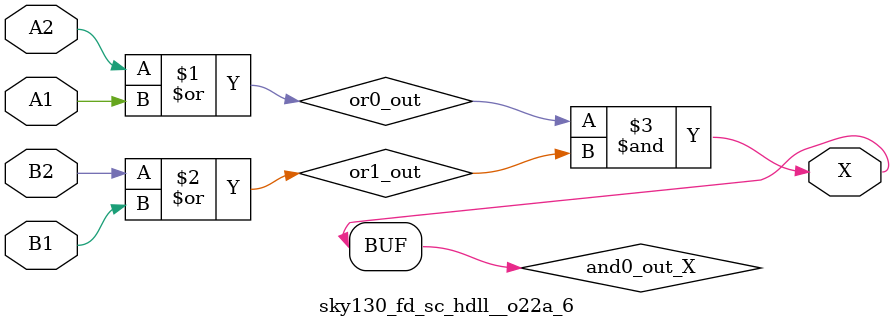
<source format=v>
module sky130_fd_sc_hdll__o22a_6 (
    X ,
    A1,
    A2,
    B1,
    B2
);
    output X ;
    input  A1;
    input  A2;
    input  B1;
    input  B2;
    wire or0_out   ;
    wire or1_out   ;
    wire and0_out_X;
    or  or0  (or0_out   , A2, A1          );
    or  or1  (or1_out   , B2, B1          );
    and and0 (and0_out_X, or0_out, or1_out);
    buf buf0 (X         , and0_out_X      );
endmodule
</source>
